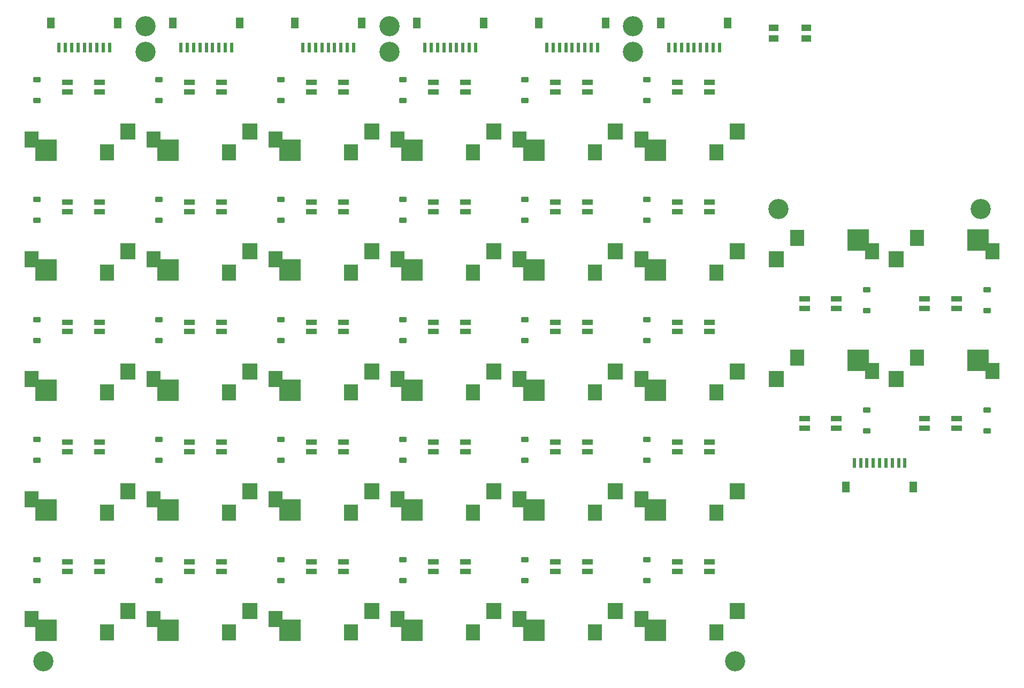
<source format=gbp>
G04 #@! TF.GenerationSoftware,KiCad,Pcbnew,7.0.8*
G04 #@! TF.CreationDate,2023-11-08T21:38:18-08:00*
G04 #@! TF.ProjectId,(OLD) Seismos_CoreStencil,284f4c44-2920-4536-9569-736d6f735f43,rev?*
G04 #@! TF.SameCoordinates,Original*
G04 #@! TF.FileFunction,Paste,Bot*
G04 #@! TF.FilePolarity,Positive*
%FSLAX46Y46*%
G04 Gerber Fmt 4.6, Leading zero omitted, Abs format (unit mm)*
G04 Created by KiCad (PCBNEW 7.0.8) date 2023-11-08 21:38:18*
%MOMM*%
%LPD*%
G01*
G04 APERTURE LIST*
G04 Aperture macros list*
%AMRoundRect*
0 Rectangle with rounded corners*
0 $1 Rounding radius*
0 $2 $3 $4 $5 $6 $7 $8 $9 X,Y pos of 4 corners*
0 Add a 4 corners polygon primitive as box body*
4,1,4,$2,$3,$4,$5,$6,$7,$8,$9,$2,$3,0*
0 Add four circle primitives for the rounded corners*
1,1,$1+$1,$2,$3*
1,1,$1+$1,$4,$5*
1,1,$1+$1,$6,$7*
1,1,$1+$1,$8,$9*
0 Add four rect primitives between the rounded corners*
20,1,$1+$1,$2,$3,$4,$5,0*
20,1,$1+$1,$4,$5,$6,$7,0*
20,1,$1+$1,$6,$7,$8,$9,0*
20,1,$1+$1,$8,$9,$2,$3,0*%
G04 Aperture macros list end*
%ADD10R,0.600000X1.550000*%
%ADD11R,1.200000X1.800000*%
%ADD12C,3.200000*%
%ADD13RoundRect,0.225000X-0.375000X0.225000X-0.375000X-0.225000X0.375000X-0.225000X0.375000X0.225000X0*%
%ADD14R,1.750000X0.812800*%
%ADD15R,2.300000X2.600000*%
%ADD16R,3.500000X3.500000*%
%ADD17R,2.400000X2.600000*%
%ADD18RoundRect,0.225000X0.375000X-0.225000X0.375000X0.225000X-0.375000X0.225000X-0.375000X-0.225000X0*%
%ADD19R,1.550000X1.000000*%
G04 APERTURE END LIST*
D10*
X169500000Y-91125000D03*
X168500000Y-91125000D03*
X167500000Y-91125000D03*
X166500000Y-91125000D03*
X165500000Y-91125000D03*
X164500000Y-91125000D03*
X163500000Y-91125000D03*
X162500000Y-91125000D03*
X161500000Y-91125000D03*
D11*
X170800000Y-95000000D03*
X160200000Y-95000000D03*
D10*
X35650000Y-25375000D03*
X36650000Y-25375000D03*
X37650000Y-25375000D03*
X38650000Y-25375000D03*
X39650000Y-25375000D03*
X40650000Y-25375000D03*
X41650000Y-25375000D03*
X42650000Y-25375000D03*
X43650000Y-25375000D03*
D11*
X34350000Y-21500000D03*
X44950000Y-21500000D03*
D10*
X54950000Y-25375000D03*
X55950000Y-25375000D03*
X56950000Y-25375000D03*
X57950000Y-25375000D03*
X58950000Y-25375000D03*
X59950000Y-25375000D03*
X60950000Y-25375000D03*
X61950000Y-25375000D03*
X62950000Y-25375000D03*
D11*
X53650000Y-21500000D03*
X64250000Y-21500000D03*
D10*
X74250000Y-25375000D03*
X75250000Y-25375000D03*
X76250000Y-25375000D03*
X77250000Y-25375000D03*
X78250000Y-25375000D03*
X79250000Y-25375000D03*
X80250000Y-25375000D03*
X81250000Y-25375000D03*
X82250000Y-25375000D03*
D11*
X72950000Y-21500000D03*
X83550000Y-21500000D03*
D10*
X93550000Y-25375000D03*
X94550000Y-25375000D03*
X95550000Y-25375000D03*
X96550000Y-25375000D03*
X97550000Y-25375000D03*
X98550000Y-25375000D03*
X99550000Y-25375000D03*
X100550000Y-25375000D03*
X101550000Y-25375000D03*
D11*
X92250000Y-21500000D03*
X102850000Y-21500000D03*
D10*
X112850000Y-25375000D03*
X113850000Y-25375000D03*
X114850000Y-25375000D03*
X115850000Y-25375000D03*
X116850000Y-25375000D03*
X117850000Y-25375000D03*
X118850000Y-25375000D03*
X119850000Y-25375000D03*
X120850000Y-25375000D03*
D11*
X111550000Y-21500000D03*
X122150000Y-21500000D03*
D10*
X132150000Y-25375000D03*
X133150000Y-25375000D03*
X134150000Y-25375000D03*
X135150000Y-25375000D03*
X136150000Y-25375000D03*
X137150000Y-25375000D03*
X138150000Y-25375000D03*
X139150000Y-25375000D03*
X140150000Y-25375000D03*
D11*
X130850000Y-21500000D03*
X141450000Y-21500000D03*
D12*
X142650000Y-122600000D03*
X33150000Y-122600000D03*
X87900000Y-22000000D03*
X87900000Y-26000000D03*
X49300000Y-26000000D03*
X126500000Y-26000000D03*
X49300000Y-22000000D03*
X181500000Y-50900000D03*
X149500000Y-50900000D03*
X126500000Y-22000000D03*
D13*
X70750000Y-106450000D03*
X70750000Y-109750000D03*
D14*
X42028000Y-30854900D03*
D15*
X31310000Y-39900000D03*
X43210000Y-42000000D03*
D14*
X36998100Y-30854900D03*
X42028000Y-32353500D03*
X36998100Y-32353500D03*
D16*
X33560000Y-41615000D03*
D17*
X46510000Y-38640000D03*
D13*
X51450000Y-30450000D03*
X51450000Y-33750000D03*
X51450000Y-87450000D03*
X51450000Y-90750000D03*
X128650000Y-87450000D03*
X128650000Y-90750000D03*
X70750000Y-30450000D03*
X70750000Y-33750000D03*
D18*
X182500000Y-86050000D03*
X182500000Y-82750000D03*
D13*
X90050000Y-49450000D03*
X90050000Y-52750000D03*
D14*
X138528000Y-49854900D03*
D15*
X127810000Y-58900000D03*
X139710000Y-61000000D03*
D14*
X133498100Y-49854900D03*
X138528000Y-51353500D03*
X133498100Y-51353500D03*
D16*
X130060000Y-60615000D03*
D17*
X143010000Y-57640000D03*
D14*
X42028000Y-106854900D03*
D15*
X31310000Y-115900000D03*
X43210000Y-118000000D03*
D14*
X36998100Y-106854900D03*
X42028000Y-108353500D03*
X36998100Y-108353500D03*
D16*
X33560000Y-117615000D03*
D17*
X46510000Y-114640000D03*
D14*
X80628000Y-68854900D03*
D15*
X69910000Y-77900000D03*
X81810000Y-80000000D03*
D14*
X75598100Y-68854900D03*
X80628000Y-70353500D03*
X75598100Y-70353500D03*
D16*
X72160000Y-79615000D03*
D17*
X85110000Y-76640000D03*
D14*
X119228000Y-68854900D03*
D15*
X108510000Y-77900000D03*
X120410000Y-80000000D03*
D14*
X114198100Y-68854900D03*
X119228000Y-70353500D03*
X114198100Y-70353500D03*
D16*
X110760000Y-79615000D03*
D17*
X123710000Y-76640000D03*
D13*
X128650000Y-106450000D03*
X128650000Y-109750000D03*
D14*
X61328000Y-49854900D03*
D15*
X50610000Y-58900000D03*
X62510000Y-61000000D03*
D14*
X56298100Y-49854900D03*
X61328000Y-51353500D03*
X56298100Y-51353500D03*
D16*
X52860000Y-60615000D03*
D17*
X65810000Y-57640000D03*
D13*
X32150000Y-68450000D03*
X32150000Y-71750000D03*
X51450000Y-49450000D03*
X51450000Y-52750000D03*
X109350000Y-106450000D03*
X109350000Y-109750000D03*
X109350000Y-68450000D03*
X109350000Y-71750000D03*
X32150000Y-49450000D03*
X32150000Y-52750000D03*
D14*
X99928000Y-49854900D03*
D15*
X89210000Y-58900000D03*
X101110000Y-61000000D03*
D14*
X94898100Y-49854900D03*
X99928000Y-51353500D03*
X94898100Y-51353500D03*
D16*
X91460000Y-60615000D03*
D17*
X104410000Y-57640000D03*
D14*
X99928000Y-106854900D03*
D15*
X89210000Y-115900000D03*
X101110000Y-118000000D03*
D14*
X94898100Y-106854900D03*
X99928000Y-108353500D03*
X94898100Y-108353500D03*
D16*
X91460000Y-117615000D03*
D17*
X104410000Y-114640000D03*
D13*
X90050000Y-106450000D03*
X90050000Y-109750000D03*
D14*
X80628000Y-30854900D03*
D15*
X69910000Y-39900000D03*
X81810000Y-42000000D03*
D14*
X75598100Y-30854900D03*
X80628000Y-32353500D03*
X75598100Y-32353500D03*
D16*
X72160000Y-41615000D03*
D17*
X85110000Y-38640000D03*
D13*
X128650000Y-30450000D03*
X128650000Y-33750000D03*
D14*
X61328000Y-30854900D03*
D15*
X50610000Y-39900000D03*
X62510000Y-42000000D03*
D14*
X56298100Y-30854900D03*
X61328000Y-32353500D03*
X56298100Y-32353500D03*
D16*
X52860000Y-41615000D03*
D17*
X65810000Y-38640000D03*
D14*
X99928000Y-30854900D03*
D15*
X89210000Y-39900000D03*
X101110000Y-42000000D03*
D14*
X94898100Y-30854900D03*
X99928000Y-32353500D03*
X94898100Y-32353500D03*
D16*
X91460000Y-41615000D03*
D17*
X104410000Y-38640000D03*
D14*
X119228000Y-106854900D03*
D15*
X108510000Y-115900000D03*
X120410000Y-118000000D03*
D14*
X114198100Y-106854900D03*
X119228000Y-108353500D03*
X114198100Y-108353500D03*
D16*
X110760000Y-117615000D03*
D17*
X123710000Y-114640000D03*
D14*
X153622000Y-66645100D03*
D15*
X164340000Y-57600000D03*
X152440000Y-55500000D03*
D14*
X158651900Y-66645100D03*
X153622000Y-65146500D03*
X158651900Y-65146500D03*
D16*
X162090000Y-55885000D03*
D17*
X149140000Y-58860000D03*
D14*
X80628000Y-87854900D03*
D15*
X69910000Y-96900000D03*
X81810000Y-99000000D03*
D14*
X75598100Y-87854900D03*
X80628000Y-89353500D03*
X75598100Y-89353500D03*
D16*
X72160000Y-98615000D03*
D17*
X85110000Y-95640000D03*
D13*
X70750000Y-87450000D03*
X70750000Y-90750000D03*
D14*
X119228000Y-30854900D03*
D15*
X108510000Y-39900000D03*
X120410000Y-42000000D03*
D14*
X114198100Y-30854900D03*
X119228000Y-32353500D03*
X114198100Y-32353500D03*
D16*
X110760000Y-41615000D03*
D17*
X123710000Y-38640000D03*
D13*
X70750000Y-49450000D03*
X70750000Y-52750000D03*
D14*
X119228000Y-49854900D03*
D15*
X108510000Y-58900000D03*
X120410000Y-61000000D03*
D14*
X114198100Y-49854900D03*
X119228000Y-51353500D03*
X114198100Y-51353500D03*
D16*
X110760000Y-60615000D03*
D17*
X123710000Y-57640000D03*
D13*
X32150000Y-87450000D03*
X32150000Y-90750000D03*
D14*
X119228000Y-87854900D03*
D15*
X108510000Y-96900000D03*
X120410000Y-99000000D03*
D14*
X114198100Y-87854900D03*
X119228000Y-89353500D03*
X114198100Y-89353500D03*
D16*
X110760000Y-98615000D03*
D17*
X123710000Y-95640000D03*
D14*
X61328000Y-87854900D03*
D15*
X50610000Y-96900000D03*
X62510000Y-99000000D03*
D14*
X56298100Y-87854900D03*
X61328000Y-89353500D03*
X56298100Y-89353500D03*
D16*
X52860000Y-98615000D03*
D17*
X65810000Y-95640000D03*
D13*
X90050000Y-30450000D03*
X90050000Y-33750000D03*
D19*
X153887500Y-23899500D03*
X153887500Y-22199500D03*
X148687500Y-23899500D03*
X148687500Y-22199500D03*
D13*
X51450000Y-68450000D03*
X51450000Y-71750000D03*
D14*
X153622000Y-85645100D03*
D15*
X164340000Y-76600000D03*
X152440000Y-74500000D03*
D14*
X158651900Y-85645100D03*
X153622000Y-84146500D03*
X158651900Y-84146500D03*
D16*
X162090000Y-74885000D03*
D17*
X149140000Y-77860000D03*
D18*
X163500000Y-86050000D03*
X163500000Y-82750000D03*
D14*
X99928000Y-68854900D03*
D15*
X89210000Y-77900000D03*
X101110000Y-80000000D03*
D14*
X94898100Y-68854900D03*
X99928000Y-70353500D03*
X94898100Y-70353500D03*
D16*
X91460000Y-79615000D03*
D17*
X104410000Y-76640000D03*
D14*
X42028000Y-87854900D03*
D15*
X31310000Y-96900000D03*
X43210000Y-99000000D03*
D14*
X36998100Y-87854900D03*
X42028000Y-89353500D03*
X36998100Y-89353500D03*
D16*
X33560000Y-98615000D03*
D17*
X46510000Y-95640000D03*
D14*
X99928000Y-87854900D03*
D15*
X89210000Y-96900000D03*
X101110000Y-99000000D03*
D14*
X94898100Y-87854900D03*
X99928000Y-89353500D03*
X94898100Y-89353500D03*
D16*
X91460000Y-98615000D03*
D17*
X104410000Y-95640000D03*
D13*
X90050000Y-68450000D03*
X90050000Y-71750000D03*
D18*
X163500000Y-67050000D03*
X163500000Y-63750000D03*
D13*
X90050000Y-87450000D03*
X90050000Y-90750000D03*
D14*
X138528000Y-68854900D03*
D15*
X127810000Y-77900000D03*
X139710000Y-80000000D03*
D14*
X133498100Y-68854900D03*
X138528000Y-70353500D03*
X133498100Y-70353500D03*
D16*
X130060000Y-79615000D03*
D17*
X143010000Y-76640000D03*
D14*
X42028000Y-68854900D03*
D15*
X31310000Y-77900000D03*
X43210000Y-80000000D03*
D14*
X36998100Y-68854900D03*
X42028000Y-70353500D03*
X36998100Y-70353500D03*
D16*
X33560000Y-79615000D03*
D17*
X46510000Y-76640000D03*
D14*
X42028000Y-49854900D03*
D15*
X31310000Y-58900000D03*
X43210000Y-61000000D03*
D14*
X36998100Y-49854900D03*
X42028000Y-51353500D03*
X36998100Y-51353500D03*
D16*
X33560000Y-60615000D03*
D17*
X46510000Y-57640000D03*
D14*
X61328000Y-68854900D03*
D15*
X50610000Y-77900000D03*
X62510000Y-80000000D03*
D14*
X56298100Y-68854900D03*
X61328000Y-70353500D03*
X56298100Y-70353500D03*
D16*
X52860000Y-79615000D03*
D17*
X65810000Y-76640000D03*
D14*
X80628000Y-106854900D03*
D15*
X69910000Y-115900000D03*
X81810000Y-118000000D03*
D14*
X75598100Y-106854900D03*
X80628000Y-108353500D03*
X75598100Y-108353500D03*
D16*
X72160000Y-117615000D03*
D17*
X85110000Y-114640000D03*
D13*
X32150000Y-30450000D03*
X32150000Y-33750000D03*
X109350000Y-87450000D03*
X109350000Y-90750000D03*
D14*
X138528000Y-30854900D03*
D15*
X127810000Y-39900000D03*
X139710000Y-42000000D03*
D14*
X133498100Y-30854900D03*
X138528000Y-32353500D03*
X133498100Y-32353500D03*
D16*
X130060000Y-41615000D03*
D17*
X143010000Y-38640000D03*
D14*
X80628000Y-49854900D03*
D15*
X69910000Y-58900000D03*
X81810000Y-61000000D03*
D14*
X75598100Y-49854900D03*
X80628000Y-51353500D03*
X75598100Y-51353500D03*
D16*
X72160000Y-60615000D03*
D17*
X85110000Y-57640000D03*
D13*
X109350000Y-30450000D03*
X109350000Y-33750000D03*
D14*
X61328000Y-106854900D03*
D15*
X50610000Y-115900000D03*
X62510000Y-118000000D03*
D14*
X56298100Y-106854900D03*
X61328000Y-108353500D03*
X56298100Y-108353500D03*
D16*
X52860000Y-117615000D03*
D17*
X65810000Y-114640000D03*
D14*
X138528000Y-87854900D03*
D15*
X127810000Y-96900000D03*
X139710000Y-99000000D03*
D14*
X133498100Y-87854900D03*
X138528000Y-89353500D03*
X133498100Y-89353500D03*
D16*
X130060000Y-98615000D03*
D17*
X143010000Y-95640000D03*
D13*
X128650000Y-49450000D03*
X128650000Y-52750000D03*
D14*
X138528000Y-106854900D03*
D15*
X127810000Y-115900000D03*
X139710000Y-118000000D03*
D14*
X133498100Y-106854900D03*
X138528000Y-108353500D03*
X133498100Y-108353500D03*
D16*
X130060000Y-117615000D03*
D17*
X143010000Y-114640000D03*
D13*
X51450000Y-106450000D03*
X51450000Y-109750000D03*
D18*
X182500000Y-67050000D03*
X182500000Y-63750000D03*
D14*
X172622000Y-66645100D03*
D15*
X183340000Y-57600000D03*
X171440000Y-55500000D03*
D14*
X177651900Y-66645100D03*
X172622000Y-65146500D03*
X177651900Y-65146500D03*
D16*
X181090000Y-55885000D03*
D17*
X168140000Y-58860000D03*
D13*
X32150000Y-106450000D03*
X32150000Y-109750000D03*
D14*
X172622000Y-85645100D03*
D15*
X183340000Y-76600000D03*
X171440000Y-74500000D03*
D14*
X177651900Y-85645100D03*
X172622000Y-84146500D03*
X177651900Y-84146500D03*
D16*
X181090000Y-74885000D03*
D17*
X168140000Y-77860000D03*
D13*
X128650000Y-68450000D03*
X128650000Y-71750000D03*
X70750000Y-68450000D03*
X70750000Y-71750000D03*
X109350000Y-49450000D03*
X109350000Y-52750000D03*
M02*

</source>
